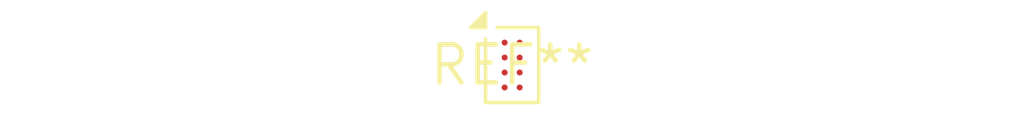
<source format=kicad_pcb>
(kicad_pcb (version 20240108) (generator pcbnew)
  (layers (0 "F.Cu" signal) (31 "B.Cu" signal) (34 "B.Paste" user) (35 "F.Paste" user) (36 "B.SilkS" user "B.Silkscreen") (37 "F.SilkS" user "F.Silkscreen") (38 "B.Mask" user) (39 "F.Mask" user) (44 "Edge.Cuts" user))
  (net 0 "")
  (footprint "WLCSP-8_1.551x2.284mm_P0.5mm" (layer "F.Cu") (at 0 0)
    (property "Reference" "REF**")
    (property "Value" "WLCSP-8_1.551x2.284mm_P0.5mm")
    (fp_line (start -0.8855 1.252) (end -0.8855 -0.86425) (layer "F.SilkS") (stroke (width 0.12)))
    (fp_line (start -0.49775 -1.252) (end 0.8855 -1.252) (layer "F.SilkS") (stroke (width 0.12)))
    (fp_line (start 0.8855 -1.252) (end 0.8855 1.252) (layer "F.SilkS") (stroke (width 0.12)))
    (fp_line (start 0.8855 1.252) (end -0.8855 1.252) (layer "F.SilkS") (stroke (width 0.12)))
    (fp_poly (pts (xy -0.8855 -1.252) (xy -1.3855 -1.252) (xy -0.8855 -1.752) (xy -0.8855 -1.252)) (layer "F.SilkS") (stroke (width 0.12)) (fill solid))
    (pad "A1" smd circle (at -0.25 -0.75) (size 0.2 0.2) (property pad_prop_bga) (layers "F.Cu" "F.Paste" "F.Mask"))
    (pad "A2" smd circle (at 0.25 -0.75) (size 0.2 0.2) (property pad_prop_bga) (layers "F.Cu" "F.Paste" "F.Mask"))
    (pad "B1" smd circle (at -0.25 -0.25) (size 0.2 0.2) (property pad_prop_bga) (layers "F.Cu" "F.Paste" "F.Mask"))
    (pad "B2" smd circle (at 0.25 -0.25) (size 0.2 0.2) (property pad_prop_bga) (layers "F.Cu" "F.Paste" "F.Mask"))
    (pad "C1" smd circle (at -0.25 0.25) (size 0.2 0.2) (property pad_prop_bga) (layers "F.Cu" "F.Paste" "F.Mask"))
    (pad "C2" smd circle (at 0.25 0.25) (size 0.2 0.2) (property pad_prop_bga) (layers "F.Cu" "F.Paste" "F.Mask"))
    (pad "D1" smd circle (at -0.25 0.75) (size 0.2 0.2) (property pad_prop_bga) (layers "F.Cu" "F.Paste" "F.Mask"))
    (pad "D2" smd circle (at 0.25 0.75) (size 0.2 0.2) (property pad_prop_bga) (layers "F.Cu" "F.Paste" "F.Mask"))
  )
)
</source>
